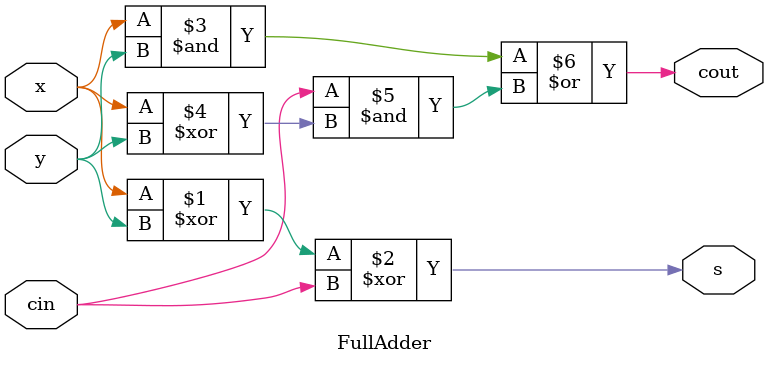
<source format=v>
module FullAdder(x, y, cin, s, cout);
	input x, y, cin;
	output s, cout;
	assign s = x ^ y ^ cin;
	assign cout = (x&y) | (cin&(x^y));
endmodule

</source>
